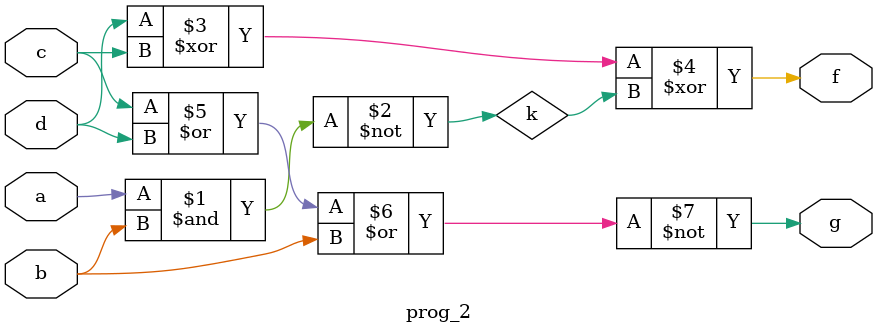
<source format=v>
module prog_2(a,b,c,d,f,g);
input a,b,c,d;
output f,g;

nand(k,a,b);
xor(f,d,c,k);
nor(g,c,d,b);

endmodule
</source>
